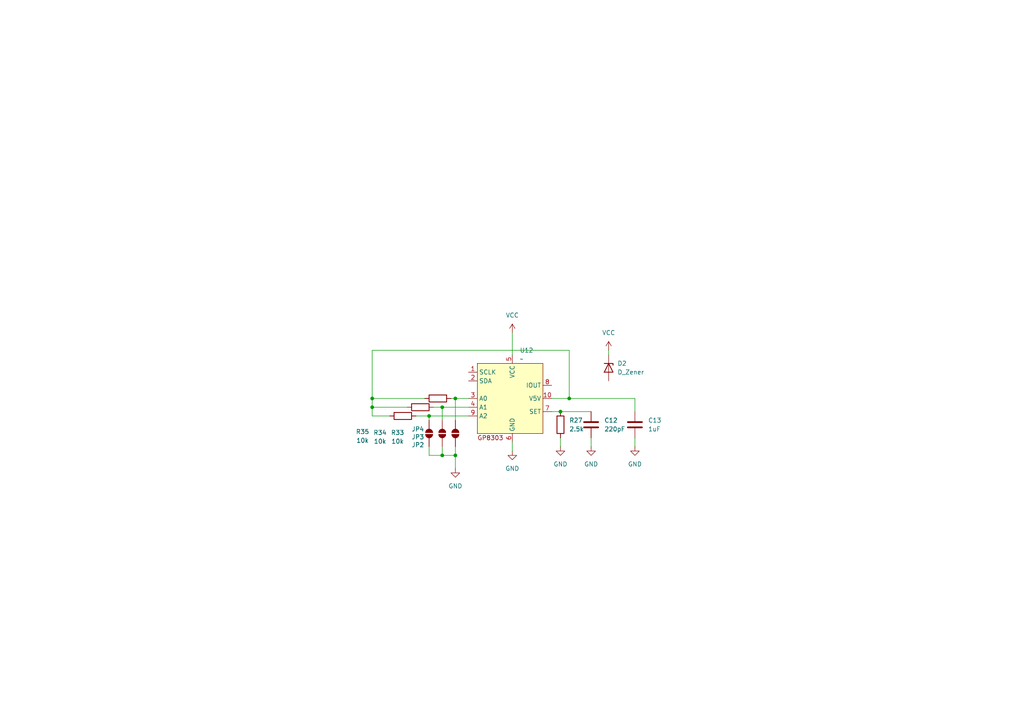
<source format=kicad_sch>
(kicad_sch
	(version 20250114)
	(generator "eeschema")
	(generator_version "9.0")
	(uuid "5d083cab-53c5-42a1-b6ad-7f433cb0744f")
	(paper "A4")
	(lib_symbols
		(symbol "Device:C"
			(pin_numbers
				(hide yes)
			)
			(pin_names
				(offset 0.254)
			)
			(exclude_from_sim no)
			(in_bom yes)
			(on_board yes)
			(property "Reference" "C"
				(at 0.635 2.54 0)
				(effects
					(font
						(size 1.27 1.27)
					)
					(justify left)
				)
			)
			(property "Value" "C"
				(at 0.635 -2.54 0)
				(effects
					(font
						(size 1.27 1.27)
					)
					(justify left)
				)
			)
			(property "Footprint" ""
				(at 0.9652 -3.81 0)
				(effects
					(font
						(size 1.27 1.27)
					)
					(hide yes)
				)
			)
			(property "Datasheet" "~"
				(at 0 0 0)
				(effects
					(font
						(size 1.27 1.27)
					)
					(hide yes)
				)
			)
			(property "Description" "Unpolarized capacitor"
				(at 0 0 0)
				(effects
					(font
						(size 1.27 1.27)
					)
					(hide yes)
				)
			)
			(property "ki_keywords" "cap capacitor"
				(at 0 0 0)
				(effects
					(font
						(size 1.27 1.27)
					)
					(hide yes)
				)
			)
			(property "ki_fp_filters" "C_*"
				(at 0 0 0)
				(effects
					(font
						(size 1.27 1.27)
					)
					(hide yes)
				)
			)
			(symbol "C_0_1"
				(polyline
					(pts
						(xy -2.032 0.762) (xy 2.032 0.762)
					)
					(stroke
						(width 0.508)
						(type default)
					)
					(fill
						(type none)
					)
				)
				(polyline
					(pts
						(xy -2.032 -0.762) (xy 2.032 -0.762)
					)
					(stroke
						(width 0.508)
						(type default)
					)
					(fill
						(type none)
					)
				)
			)
			(symbol "C_1_1"
				(pin passive line
					(at 0 3.81 270)
					(length 2.794)
					(name "~"
						(effects
							(font
								(size 1.27 1.27)
							)
						)
					)
					(number "1"
						(effects
							(font
								(size 1.27 1.27)
							)
						)
					)
				)
				(pin passive line
					(at 0 -3.81 90)
					(length 2.794)
					(name "~"
						(effects
							(font
								(size 1.27 1.27)
							)
						)
					)
					(number "2"
						(effects
							(font
								(size 1.27 1.27)
							)
						)
					)
				)
			)
			(embedded_fonts no)
		)
		(symbol "Device:D_Zener"
			(pin_numbers
				(hide yes)
			)
			(pin_names
				(offset 1.016)
				(hide yes)
			)
			(exclude_from_sim no)
			(in_bom yes)
			(on_board yes)
			(property "Reference" "D"
				(at 0 2.54 0)
				(effects
					(font
						(size 1.27 1.27)
					)
				)
			)
			(property "Value" "D_Zener"
				(at 0 -2.54 0)
				(effects
					(font
						(size 1.27 1.27)
					)
				)
			)
			(property "Footprint" ""
				(at 0 0 0)
				(effects
					(font
						(size 1.27 1.27)
					)
					(hide yes)
				)
			)
			(property "Datasheet" "~"
				(at 0 0 0)
				(effects
					(font
						(size 1.27 1.27)
					)
					(hide yes)
				)
			)
			(property "Description" "Zener diode"
				(at 0 0 0)
				(effects
					(font
						(size 1.27 1.27)
					)
					(hide yes)
				)
			)
			(property "ki_keywords" "diode"
				(at 0 0 0)
				(effects
					(font
						(size 1.27 1.27)
					)
					(hide yes)
				)
			)
			(property "ki_fp_filters" "TO-???* *_Diode_* *SingleDiode* D_*"
				(at 0 0 0)
				(effects
					(font
						(size 1.27 1.27)
					)
					(hide yes)
				)
			)
			(symbol "D_Zener_0_1"
				(polyline
					(pts
						(xy -1.27 -1.27) (xy -1.27 1.27) (xy -0.762 1.27)
					)
					(stroke
						(width 0.254)
						(type default)
					)
					(fill
						(type none)
					)
				)
				(polyline
					(pts
						(xy 1.27 0) (xy -1.27 0)
					)
					(stroke
						(width 0)
						(type default)
					)
					(fill
						(type none)
					)
				)
				(polyline
					(pts
						(xy 1.27 -1.27) (xy 1.27 1.27) (xy -1.27 0) (xy 1.27 -1.27)
					)
					(stroke
						(width 0.254)
						(type default)
					)
					(fill
						(type none)
					)
				)
			)
			(symbol "D_Zener_1_1"
				(pin passive line
					(at -3.81 0 0)
					(length 2.54)
					(name "K"
						(effects
							(font
								(size 1.27 1.27)
							)
						)
					)
					(number "1"
						(effects
							(font
								(size 1.27 1.27)
							)
						)
					)
				)
				(pin passive line
					(at 3.81 0 180)
					(length 2.54)
					(name "A"
						(effects
							(font
								(size 1.27 1.27)
							)
						)
					)
					(number "2"
						(effects
							(font
								(size 1.27 1.27)
							)
						)
					)
				)
			)
			(embedded_fonts no)
		)
		(symbol "Device:R"
			(pin_numbers
				(hide yes)
			)
			(pin_names
				(offset 0)
			)
			(exclude_from_sim no)
			(in_bom yes)
			(on_board yes)
			(property "Reference" "R"
				(at 2.032 0 90)
				(effects
					(font
						(size 1.27 1.27)
					)
				)
			)
			(property "Value" "R"
				(at 0 0 90)
				(effects
					(font
						(size 1.27 1.27)
					)
				)
			)
			(property "Footprint" ""
				(at -1.778 0 90)
				(effects
					(font
						(size 1.27 1.27)
					)
					(hide yes)
				)
			)
			(property "Datasheet" "~"
				(at 0 0 0)
				(effects
					(font
						(size 1.27 1.27)
					)
					(hide yes)
				)
			)
			(property "Description" "Resistor"
				(at 0 0 0)
				(effects
					(font
						(size 1.27 1.27)
					)
					(hide yes)
				)
			)
			(property "ki_keywords" "R res resistor"
				(at 0 0 0)
				(effects
					(font
						(size 1.27 1.27)
					)
					(hide yes)
				)
			)
			(property "ki_fp_filters" "R_*"
				(at 0 0 0)
				(effects
					(font
						(size 1.27 1.27)
					)
					(hide yes)
				)
			)
			(symbol "R_0_1"
				(rectangle
					(start -1.016 -2.54)
					(end 1.016 2.54)
					(stroke
						(width 0.254)
						(type default)
					)
					(fill
						(type none)
					)
				)
			)
			(symbol "R_1_1"
				(pin passive line
					(at 0 3.81 270)
					(length 1.27)
					(name "~"
						(effects
							(font
								(size 1.27 1.27)
							)
						)
					)
					(number "1"
						(effects
							(font
								(size 1.27 1.27)
							)
						)
					)
				)
				(pin passive line
					(at 0 -3.81 90)
					(length 1.27)
					(name "~"
						(effects
							(font
								(size 1.27 1.27)
							)
						)
					)
					(number "2"
						(effects
							(font
								(size 1.27 1.27)
							)
						)
					)
				)
			)
			(embedded_fonts no)
		)
		(symbol "Jumper:SolderJumper_2_Open"
			(pin_numbers
				(hide yes)
			)
			(pin_names
				(offset 0)
				(hide yes)
			)
			(exclude_from_sim no)
			(in_bom no)
			(on_board yes)
			(property "Reference" "JP"
				(at 0 2.032 0)
				(effects
					(font
						(size 1.27 1.27)
					)
				)
			)
			(property "Value" "SolderJumper_2_Open"
				(at 0 -2.54 0)
				(effects
					(font
						(size 1.27 1.27)
					)
				)
			)
			(property "Footprint" ""
				(at 0 0 0)
				(effects
					(font
						(size 1.27 1.27)
					)
					(hide yes)
				)
			)
			(property "Datasheet" "~"
				(at 0 0 0)
				(effects
					(font
						(size 1.27 1.27)
					)
					(hide yes)
				)
			)
			(property "Description" "Solder Jumper, 2-pole, open"
				(at 0 0 0)
				(effects
					(font
						(size 1.27 1.27)
					)
					(hide yes)
				)
			)
			(property "ki_keywords" "solder jumper SPST"
				(at 0 0 0)
				(effects
					(font
						(size 1.27 1.27)
					)
					(hide yes)
				)
			)
			(property "ki_fp_filters" "SolderJumper*Open*"
				(at 0 0 0)
				(effects
					(font
						(size 1.27 1.27)
					)
					(hide yes)
				)
			)
			(symbol "SolderJumper_2_Open_0_1"
				(polyline
					(pts
						(xy -0.254 1.016) (xy -0.254 -1.016)
					)
					(stroke
						(width 0)
						(type default)
					)
					(fill
						(type none)
					)
				)
				(arc
					(start -0.254 -1.016)
					(mid -1.2656 0)
					(end -0.254 1.016)
					(stroke
						(width 0)
						(type default)
					)
					(fill
						(type none)
					)
				)
				(arc
					(start -0.254 -1.016)
					(mid -1.2656 0)
					(end -0.254 1.016)
					(stroke
						(width 0)
						(type default)
					)
					(fill
						(type outline)
					)
				)
				(arc
					(start 0.254 1.016)
					(mid 1.2656 0)
					(end 0.254 -1.016)
					(stroke
						(width 0)
						(type default)
					)
					(fill
						(type none)
					)
				)
				(arc
					(start 0.254 1.016)
					(mid 1.2656 0)
					(end 0.254 -1.016)
					(stroke
						(width 0)
						(type default)
					)
					(fill
						(type outline)
					)
				)
				(polyline
					(pts
						(xy 0.254 1.016) (xy 0.254 -1.016)
					)
					(stroke
						(width 0)
						(type default)
					)
					(fill
						(type none)
					)
				)
			)
			(symbol "SolderJumper_2_Open_1_1"
				(pin passive line
					(at -3.81 0 0)
					(length 2.54)
					(name "A"
						(effects
							(font
								(size 1.27 1.27)
							)
						)
					)
					(number "1"
						(effects
							(font
								(size 1.27 1.27)
							)
						)
					)
				)
				(pin passive line
					(at 3.81 0 180)
					(length 2.54)
					(name "B"
						(effects
							(font
								(size 1.27 1.27)
							)
						)
					)
					(number "2"
						(effects
							(font
								(size 1.27 1.27)
							)
						)
					)
				)
			)
			(embedded_fonts no)
		)
		(symbol "Riqi_Parts:GP8303"
			(exclude_from_sim no)
			(in_bom yes)
			(on_board yes)
			(property "Reference" "U"
				(at 0 0 0)
				(effects
					(font
						(size 1.27 1.27)
					)
				)
			)
			(property "Value" ""
				(at 0 0 0)
				(effects
					(font
						(size 1.27 1.27)
					)
				)
			)
			(property "Footprint" "Package_SO:SSOP-10-1EP_3.9x4.9mm_P1mm_EP2.1x3.3mm"
				(at 0 0 0)
				(effects
					(font
						(size 1.27 1.27)
					)
					(hide yes)
				)
			)
			(property "Datasheet" "https://lcsc.com/datasheet/lcsc_datasheet_2410121459_Guestgood-GP8303-TC50-EW_C3445809.pdf"
				(at 0 0 0)
				(effects
					(font
						(size 1.27 1.27)
					)
					(hide yes)
				)
			)
			(property "Description" ""
				(at 0 0 0)
				(effects
					(font
						(size 1.27 1.27)
					)
					(hide yes)
				)
			)
			(symbol "GP8303_1_1"
				(rectangle
					(start -1.27 -1.27)
					(end 17.78 -21.59)
					(stroke
						(width 0)
						(type solid)
					)
					(fill
						(type background)
					)
				)
				(text "GP8303"
					(at 2.54 -22.86 0)
					(effects
						(font
							(size 1.27 1.27)
						)
					)
				)
				(pin input line
					(at -3.81 -3.81 0)
					(length 2.54)
					(name "SCLK"
						(effects
							(font
								(size 1.27 1.27)
							)
						)
					)
					(number "1"
						(effects
							(font
								(size 1.27 1.27)
							)
						)
					)
				)
				(pin input line
					(at -3.81 -6.35 0)
					(length 2.54)
					(name "SDA"
						(effects
							(font
								(size 1.27 1.27)
							)
						)
					)
					(number "2"
						(effects
							(font
								(size 1.27 1.27)
							)
						)
					)
				)
				(pin input line
					(at -3.81 -11.43 0)
					(length 2.54)
					(name "A0"
						(effects
							(font
								(size 1.27 1.27)
							)
						)
					)
					(number "3"
						(effects
							(font
								(size 1.27 1.27)
							)
						)
					)
				)
				(pin input line
					(at -3.81 -13.97 0)
					(length 2.54)
					(name "A1"
						(effects
							(font
								(size 1.27 1.27)
							)
						)
					)
					(number "4"
						(effects
							(font
								(size 1.27 1.27)
							)
						)
					)
				)
				(pin input line
					(at -3.81 -16.51 0)
					(length 2.54)
					(name "A2"
						(effects
							(font
								(size 1.27 1.27)
							)
						)
					)
					(number "9"
						(effects
							(font
								(size 1.27 1.27)
							)
						)
					)
				)
				(pin input line
					(at 8.89 1.27 270)
					(length 2.54)
					(name "VCC"
						(effects
							(font
								(size 1.27 1.27)
							)
						)
					)
					(number "5"
						(effects
							(font
								(size 1.27 1.27)
							)
						)
					)
				)
				(pin input line
					(at 8.89 -24.13 90)
					(length 2.54)
					(name "GND"
						(effects
							(font
								(size 1.27 1.27)
							)
						)
					)
					(number "6"
						(effects
							(font
								(size 1.27 1.27)
							)
						)
					)
				)
				(pin output line
					(at 20.32 -7.62 180)
					(length 2.54)
					(name "IOUT"
						(effects
							(font
								(size 1.27 1.27)
							)
						)
					)
					(number "8"
						(effects
							(font
								(size 1.27 1.27)
							)
						)
					)
				)
				(pin output line
					(at 20.32 -11.43 180)
					(length 2.54)
					(name "V5V"
						(effects
							(font
								(size 1.27 1.27)
							)
						)
					)
					(number "10"
						(effects
							(font
								(size 1.27 1.27)
							)
						)
					)
				)
				(pin output line
					(at 20.32 -15.24 180)
					(length 2.54)
					(name "SET"
						(effects
							(font
								(size 1.27 1.27)
							)
						)
					)
					(number "7"
						(effects
							(font
								(size 1.27 1.27)
							)
						)
					)
				)
			)
			(embedded_fonts no)
		)
		(symbol "power:GND"
			(power)
			(pin_numbers
				(hide yes)
			)
			(pin_names
				(offset 0)
				(hide yes)
			)
			(exclude_from_sim no)
			(in_bom yes)
			(on_board yes)
			(property "Reference" "#PWR"
				(at 0 -6.35 0)
				(effects
					(font
						(size 1.27 1.27)
					)
					(hide yes)
				)
			)
			(property "Value" "GND"
				(at 0 -3.81 0)
				(effects
					(font
						(size 1.27 1.27)
					)
				)
			)
			(property "Footprint" ""
				(at 0 0 0)
				(effects
					(font
						(size 1.27 1.27)
					)
					(hide yes)
				)
			)
			(property "Datasheet" ""
				(at 0 0 0)
				(effects
					(font
						(size 1.27 1.27)
					)
					(hide yes)
				)
			)
			(property "Description" "Power symbol creates a global label with name \"GND\" , ground"
				(at 0 0 0)
				(effects
					(font
						(size 1.27 1.27)
					)
					(hide yes)
				)
			)
			(property "ki_keywords" "global power"
				(at 0 0 0)
				(effects
					(font
						(size 1.27 1.27)
					)
					(hide yes)
				)
			)
			(symbol "GND_0_1"
				(polyline
					(pts
						(xy 0 0) (xy 0 -1.27) (xy 1.27 -1.27) (xy 0 -2.54) (xy -1.27 -1.27) (xy 0 -1.27)
					)
					(stroke
						(width 0)
						(type default)
					)
					(fill
						(type none)
					)
				)
			)
			(symbol "GND_1_1"
				(pin power_in line
					(at 0 0 270)
					(length 0)
					(name "~"
						(effects
							(font
								(size 1.27 1.27)
							)
						)
					)
					(number "1"
						(effects
							(font
								(size 1.27 1.27)
							)
						)
					)
				)
			)
			(embedded_fonts no)
		)
		(symbol "power:VCC"
			(power)
			(pin_numbers
				(hide yes)
			)
			(pin_names
				(offset 0)
				(hide yes)
			)
			(exclude_from_sim no)
			(in_bom yes)
			(on_board yes)
			(property "Reference" "#PWR"
				(at 0 -3.81 0)
				(effects
					(font
						(size 1.27 1.27)
					)
					(hide yes)
				)
			)
			(property "Value" "VCC"
				(at 0 3.556 0)
				(effects
					(font
						(size 1.27 1.27)
					)
				)
			)
			(property "Footprint" ""
				(at 0 0 0)
				(effects
					(font
						(size 1.27 1.27)
					)
					(hide yes)
				)
			)
			(property "Datasheet" ""
				(at 0 0 0)
				(effects
					(font
						(size 1.27 1.27)
					)
					(hide yes)
				)
			)
			(property "Description" "Power symbol creates a global label with name \"VCC\""
				(at 0 0 0)
				(effects
					(font
						(size 1.27 1.27)
					)
					(hide yes)
				)
			)
			(property "ki_keywords" "global power"
				(at 0 0 0)
				(effects
					(font
						(size 1.27 1.27)
					)
					(hide yes)
				)
			)
			(symbol "VCC_0_1"
				(polyline
					(pts
						(xy -0.762 1.27) (xy 0 2.54)
					)
					(stroke
						(width 0)
						(type default)
					)
					(fill
						(type none)
					)
				)
				(polyline
					(pts
						(xy 0 2.54) (xy 0.762 1.27)
					)
					(stroke
						(width 0)
						(type default)
					)
					(fill
						(type none)
					)
				)
				(polyline
					(pts
						(xy 0 0) (xy 0 2.54)
					)
					(stroke
						(width 0)
						(type default)
					)
					(fill
						(type none)
					)
				)
			)
			(symbol "VCC_1_1"
				(pin power_in line
					(at 0 0 90)
					(length 0)
					(name "~"
						(effects
							(font
								(size 1.27 1.27)
							)
						)
					)
					(number "1"
						(effects
							(font
								(size 1.27 1.27)
							)
						)
					)
				)
			)
			(embedded_fonts no)
		)
	)
	(junction
		(at 128.27 132.08)
		(diameter 0)
		(color 0 0 0 0)
		(uuid "0f6f4b92-a569-4bde-91ef-33020ce2ddea")
	)
	(junction
		(at 162.56 119.38)
		(diameter 0)
		(color 0 0 0 0)
		(uuid "378da516-3443-4e05-8003-a6498b5469b8")
	)
	(junction
		(at 128.27 118.11)
		(diameter 0)
		(color 0 0 0 0)
		(uuid "3d150c3c-a4d1-442e-b97f-3ac1d5379dd0")
	)
	(junction
		(at 107.95 115.57)
		(diameter 0)
		(color 0 0 0 0)
		(uuid "51941199-22c0-47ef-a40d-6694e4394c3d")
	)
	(junction
		(at 107.95 118.11)
		(diameter 0)
		(color 0 0 0 0)
		(uuid "5d8411e8-7fee-47eb-aa10-8a46022e5a00")
	)
	(junction
		(at 132.08 132.08)
		(diameter 0)
		(color 0 0 0 0)
		(uuid "77388b3b-e343-4117-8bc9-40201776f17d")
	)
	(junction
		(at 132.08 115.57)
		(diameter 0)
		(color 0 0 0 0)
		(uuid "849f3b2b-cf4f-4ec4-9b39-3e37ae4d7d3a")
	)
	(junction
		(at 124.46 120.65)
		(diameter 0)
		(color 0 0 0 0)
		(uuid "b5e4c9ac-3169-4387-8572-e30b87e0a5d0")
	)
	(junction
		(at 165.1 115.57)
		(diameter 0)
		(color 0 0 0 0)
		(uuid "b6f15f1f-1128-41f1-8ad3-3877d1394f12")
	)
	(wire
		(pts
			(xy 124.46 120.65) (xy 124.46 121.92)
		)
		(stroke
			(width 0)
			(type default)
		)
		(uuid "0d22b2a1-7875-4245-b075-2eb1ca7bf446")
	)
	(wire
		(pts
			(xy 128.27 129.54) (xy 128.27 132.08)
		)
		(stroke
			(width 0)
			(type default)
		)
		(uuid "1150e40d-8a59-4ca4-aea4-390fa34a1266")
	)
	(wire
		(pts
			(xy 130.81 115.57) (xy 132.08 115.57)
		)
		(stroke
			(width 0)
			(type default)
		)
		(uuid "14db4eed-5c81-4563-9949-ce5aec50ec7d")
	)
	(wire
		(pts
			(xy 184.15 115.57) (xy 165.1 115.57)
		)
		(stroke
			(width 0)
			(type default)
		)
		(uuid "1e2d858b-86ed-46bc-ac47-ef4cf84e6e8a")
	)
	(wire
		(pts
			(xy 107.95 118.11) (xy 107.95 120.65)
		)
		(stroke
			(width 0)
			(type default)
		)
		(uuid "1ec50b46-5dd9-41dc-a31a-56cdc732b40e")
	)
	(wire
		(pts
			(xy 128.27 118.11) (xy 128.27 121.92)
		)
		(stroke
			(width 0)
			(type default)
		)
		(uuid "224d2d9b-0a4e-4610-819a-b35b9d0e77eb")
	)
	(wire
		(pts
			(xy 162.56 127) (xy 162.56 129.54)
		)
		(stroke
			(width 0)
			(type default)
		)
		(uuid "25a98e99-bfc9-4ed3-af29-26bde5c72150")
	)
	(wire
		(pts
			(xy 107.95 115.57) (xy 107.95 118.11)
		)
		(stroke
			(width 0)
			(type default)
		)
		(uuid "26adda09-a93a-42de-93e8-3d2759fc61aa")
	)
	(wire
		(pts
			(xy 165.1 115.57) (xy 165.1 101.6)
		)
		(stroke
			(width 0)
			(type default)
		)
		(uuid "27b9fb0a-e6ad-4ad7-9a99-b112dcf36a60")
	)
	(wire
		(pts
			(xy 148.59 128.27) (xy 148.59 130.81)
		)
		(stroke
			(width 0)
			(type default)
		)
		(uuid "2ab8328b-0019-4ee2-9d51-9163970b613b")
	)
	(wire
		(pts
			(xy 124.46 120.65) (xy 135.89 120.65)
		)
		(stroke
			(width 0)
			(type default)
		)
		(uuid "419628d4-2019-47f0-a339-559800b659b6")
	)
	(wire
		(pts
			(xy 148.59 96.52) (xy 148.59 102.87)
		)
		(stroke
			(width 0)
			(type default)
		)
		(uuid "44f6c104-7c02-4bd4-af43-30d9997eb3d5")
	)
	(wire
		(pts
			(xy 124.46 129.54) (xy 124.46 132.08)
		)
		(stroke
			(width 0)
			(type default)
		)
		(uuid "494980b5-a6ce-41cd-ae13-d51d5b73cc8f")
	)
	(wire
		(pts
			(xy 171.45 127) (xy 171.45 129.54)
		)
		(stroke
			(width 0)
			(type default)
		)
		(uuid "4cbc9012-c48a-4dd3-b00f-90c082cdb09a")
	)
	(wire
		(pts
			(xy 160.02 119.38) (xy 162.56 119.38)
		)
		(stroke
			(width 0)
			(type default)
		)
		(uuid "574f88f0-46e2-4719-9140-3aae634f643f")
	)
	(wire
		(pts
			(xy 124.46 132.08) (xy 128.27 132.08)
		)
		(stroke
			(width 0)
			(type default)
		)
		(uuid "58b49602-132d-4f89-b661-f2c6eb5e033f")
	)
	(wire
		(pts
			(xy 128.27 118.11) (xy 135.89 118.11)
		)
		(stroke
			(width 0)
			(type default)
		)
		(uuid "59c89167-2f72-46d0-96a3-10a349b026cc")
	)
	(wire
		(pts
			(xy 107.95 115.57) (xy 123.19 115.57)
		)
		(stroke
			(width 0)
			(type default)
		)
		(uuid "5ee8308d-c136-4bc1-84ec-bf4bfb9cea9f")
	)
	(wire
		(pts
			(xy 107.95 120.65) (xy 113.03 120.65)
		)
		(stroke
			(width 0)
			(type default)
		)
		(uuid "62959abb-1886-487a-8eca-accb2d5af2d9")
	)
	(wire
		(pts
			(xy 125.73 118.11) (xy 128.27 118.11)
		)
		(stroke
			(width 0)
			(type default)
		)
		(uuid "67a12fb2-5259-49f1-a7ba-d5b3f93a4c4c")
	)
	(wire
		(pts
			(xy 132.08 129.54) (xy 132.08 132.08)
		)
		(stroke
			(width 0)
			(type default)
		)
		(uuid "8aeafdf5-80cf-4e06-97f5-bfdc8890d18b")
	)
	(wire
		(pts
			(xy 128.27 132.08) (xy 132.08 132.08)
		)
		(stroke
			(width 0)
			(type default)
		)
		(uuid "a808f1a5-1799-45fc-b971-6980b347a6d1")
	)
	(wire
		(pts
			(xy 132.08 115.57) (xy 132.08 121.92)
		)
		(stroke
			(width 0)
			(type default)
		)
		(uuid "abe7e931-26f7-4272-9436-bf7cc46bb5fa")
	)
	(wire
		(pts
			(xy 107.95 101.6) (xy 107.95 115.57)
		)
		(stroke
			(width 0)
			(type default)
		)
		(uuid "c4a4d78f-b290-4ec2-b2c3-c5cf17691812")
	)
	(wire
		(pts
			(xy 107.95 101.6) (xy 165.1 101.6)
		)
		(stroke
			(width 0)
			(type default)
		)
		(uuid "c6a0971f-7db7-42fa-b417-1f0c3d950375")
	)
	(wire
		(pts
			(xy 176.53 101.6) (xy 176.53 102.87)
		)
		(stroke
			(width 0)
			(type default)
		)
		(uuid "da33f1fa-dd28-4382-a314-20b28466c5d9")
	)
	(wire
		(pts
			(xy 120.65 120.65) (xy 124.46 120.65)
		)
		(stroke
			(width 0)
			(type default)
		)
		(uuid "e0382fcf-6f88-4725-b7b0-8ddb9845178c")
	)
	(wire
		(pts
			(xy 107.95 118.11) (xy 118.11 118.11)
		)
		(stroke
			(width 0)
			(type default)
		)
		(uuid "e91f7f87-b0db-4db5-b4b4-a54cd8ec334f")
	)
	(wire
		(pts
			(xy 162.56 119.38) (xy 171.45 119.38)
		)
		(stroke
			(width 0)
			(type default)
		)
		(uuid "ecb14b29-064f-4fb7-ba23-0c3b529c4849")
	)
	(wire
		(pts
			(xy 132.08 115.57) (xy 135.89 115.57)
		)
		(stroke
			(width 0)
			(type default)
		)
		(uuid "ef89315d-f7dc-4e80-abc9-4b88b0be019e")
	)
	(wire
		(pts
			(xy 132.08 132.08) (xy 132.08 135.89)
		)
		(stroke
			(width 0)
			(type default)
		)
		(uuid "f16fc25d-d0b5-492e-9084-250d34daa34b")
	)
	(wire
		(pts
			(xy 184.15 127) (xy 184.15 129.54)
		)
		(stroke
			(width 0)
			(type default)
		)
		(uuid "f5745c33-5f12-4ace-8a86-1972daedcb28")
	)
	(wire
		(pts
			(xy 160.02 115.57) (xy 165.1 115.57)
		)
		(stroke
			(width 0)
			(type default)
		)
		(uuid "faf56bfc-df52-4c17-8dcd-7c1f27c3f7df")
	)
	(wire
		(pts
			(xy 184.15 119.38) (xy 184.15 115.57)
		)
		(stroke
			(width 0)
			(type default)
		)
		(uuid "ff5c4fd5-1926-459b-99cb-c84d17ccaa36")
	)
	(symbol
		(lib_id "Device:D_Zener")
		(at 176.53 106.68 270)
		(unit 1)
		(exclude_from_sim no)
		(in_bom yes)
		(on_board yes)
		(dnp no)
		(fields_autoplaced yes)
		(uuid "15d835ee-fb9e-459c-9fb0-26fca1e12a0b")
		(property "Reference" "D2"
			(at 179.07 105.4099 90)
			(effects
				(font
					(size 1.27 1.27)
				)
				(justify left)
			)
		)
		(property "Value" "D_Zener"
			(at 179.07 107.9499 90)
			(effects
				(font
					(size 1.27 1.27)
				)
				(justify left)
			)
		)
		(property "Footprint" "Diode_SMD:D_SMF"
			(at 176.53 106.68 0)
			(effects
				(font
					(size 1.27 1.27)
				)
				(hide yes)
			)
		)
		(property "Datasheet" "~"
			(at 176.53 106.68 0)
			(effects
				(font
					(size 1.27 1.27)
				)
				(hide yes)
			)
		)
		(property "Description" "Zener diode"
			(at 176.53 106.68 0)
			(effects
				(font
					(size 1.27 1.27)
				)
				(hide yes)
			)
		)
		(pin "1"
			(uuid "26665ea9-7bbd-45a7-8898-222c9591d495")
		)
		(pin "2"
			(uuid "7eb1aaa2-bd10-4dac-8b15-342fcf45da59")
		)
		(instances
			(project "NIVARA"
				(path "/e09284a3-0da6-4b1c-80d3-a52d405369d9/b46cdcb1-15cb-4562-89d5-6c513685d0bc/9183a742-02ce-4d54-9079-fde5b643941a"
					(reference "D2")
					(unit 1)
				)
			)
		)
	)
	(symbol
		(lib_id "power:VCC")
		(at 148.59 96.52 0)
		(unit 1)
		(exclude_from_sim no)
		(in_bom yes)
		(on_board yes)
		(dnp no)
		(fields_autoplaced yes)
		(uuid "3452d8d3-ff66-423f-8f4b-c153f9a1c544")
		(property "Reference" "#PWR049"
			(at 148.59 100.33 0)
			(effects
				(font
					(size 1.27 1.27)
				)
				(hide yes)
			)
		)
		(property "Value" "VCC"
			(at 148.59 91.44 0)
			(effects
				(font
					(size 1.27 1.27)
				)
			)
		)
		(property "Footprint" ""
			(at 148.59 96.52 0)
			(effects
				(font
					(size 1.27 1.27)
				)
				(hide yes)
			)
		)
		(property "Datasheet" ""
			(at 148.59 96.52 0)
			(effects
				(font
					(size 1.27 1.27)
				)
				(hide yes)
			)
		)
		(property "Description" "Power symbol creates a global label with name \"VCC\""
			(at 148.59 96.52 0)
			(effects
				(font
					(size 1.27 1.27)
				)
				(hide yes)
			)
		)
		(pin "1"
			(uuid "0fd3fcee-ccdf-4d76-a4de-ebaba79f57ee")
		)
		(instances
			(project "NIVARA"
				(path "/e09284a3-0da6-4b1c-80d3-a52d405369d9/b46cdcb1-15cb-4562-89d5-6c513685d0bc/9183a742-02ce-4d54-9079-fde5b643941a"
					(reference "#PWR049")
					(unit 1)
				)
			)
		)
	)
	(symbol
		(lib_id "power:GND")
		(at 132.08 135.89 0)
		(unit 1)
		(exclude_from_sim no)
		(in_bom yes)
		(on_board yes)
		(dnp no)
		(fields_autoplaced yes)
		(uuid "37cbe913-8f69-41dc-9a8f-3ec97a876ceb")
		(property "Reference" "#PWR061"
			(at 132.08 142.24 0)
			(effects
				(font
					(size 1.27 1.27)
				)
				(hide yes)
			)
		)
		(property "Value" "GND"
			(at 132.08 140.97 0)
			(effects
				(font
					(size 1.27 1.27)
				)
			)
		)
		(property "Footprint" ""
			(at 132.08 135.89 0)
			(effects
				(font
					(size 1.27 1.27)
				)
				(hide yes)
			)
		)
		(property "Datasheet" ""
			(at 132.08 135.89 0)
			(effects
				(font
					(size 1.27 1.27)
				)
				(hide yes)
			)
		)
		(property "Description" "Power symbol creates a global label with name \"GND\" , ground"
			(at 132.08 135.89 0)
			(effects
				(font
					(size 1.27 1.27)
				)
				(hide yes)
			)
		)
		(pin "1"
			(uuid "77c8a16b-a1c8-46ec-ad18-a6b4dff4837c")
		)
		(instances
			(project "NIVARA"
				(path "/e09284a3-0da6-4b1c-80d3-a52d405369d9/b46cdcb1-15cb-4562-89d5-6c513685d0bc/9183a742-02ce-4d54-9079-fde5b643941a"
					(reference "#PWR061")
					(unit 1)
				)
			)
		)
	)
	(symbol
		(lib_id "Device:R")
		(at 162.56 123.19 0)
		(unit 1)
		(exclude_from_sim no)
		(in_bom yes)
		(on_board yes)
		(dnp no)
		(fields_autoplaced yes)
		(uuid "42cb43e2-e82a-4fc3-988c-96d0811a1753")
		(property "Reference" "R27"
			(at 165.1 121.9199 0)
			(effects
				(font
					(size 1.27 1.27)
				)
				(justify left)
			)
		)
		(property "Value" "2.5k"
			(at 165.1 124.4599 0)
			(effects
				(font
					(size 1.27 1.27)
				)
				(justify left)
			)
		)
		(property "Footprint" "Resistor_SMD:R_0603_1608Metric"
			(at 160.782 123.19 90)
			(effects
				(font
					(size 1.27 1.27)
				)
				(hide yes)
			)
		)
		(property "Datasheet" "~"
			(at 162.56 123.19 0)
			(effects
				(font
					(size 1.27 1.27)
				)
				(hide yes)
			)
		)
		(property "Description" "Resistor"
			(at 162.56 123.19 0)
			(effects
				(font
					(size 1.27 1.27)
				)
				(hide yes)
			)
		)
		(pin "2"
			(uuid "5362e0a6-d083-4209-a1cd-562210ee288c")
		)
		(pin "1"
			(uuid "ccc7506c-4209-4222-804c-d5c65576e87b")
		)
		(instances
			(project "NIVARA"
				(path "/e09284a3-0da6-4b1c-80d3-a52d405369d9/b46cdcb1-15cb-4562-89d5-6c513685d0bc/9183a742-02ce-4d54-9079-fde5b643941a"
					(reference "R27")
					(unit 1)
				)
			)
		)
	)
	(symbol
		(lib_id "power:GND")
		(at 162.56 129.54 0)
		(unit 1)
		(exclude_from_sim no)
		(in_bom yes)
		(on_board yes)
		(dnp no)
		(fields_autoplaced yes)
		(uuid "6e7bf2ea-859f-4d5d-af83-385a2cbec825")
		(property "Reference" "#PWR055"
			(at 162.56 135.89 0)
			(effects
				(font
					(size 1.27 1.27)
				)
				(hide yes)
			)
		)
		(property "Value" "GND"
			(at 162.56 134.62 0)
			(effects
				(font
					(size 1.27 1.27)
				)
			)
		)
		(property "Footprint" ""
			(at 162.56 129.54 0)
			(effects
				(font
					(size 1.27 1.27)
				)
				(hide yes)
			)
		)
		(property "Datasheet" ""
			(at 162.56 129.54 0)
			(effects
				(font
					(size 1.27 1.27)
				)
				(hide yes)
			)
		)
		(property "Description" "Power symbol creates a global label with name \"GND\" , ground"
			(at 162.56 129.54 0)
			(effects
				(font
					(size 1.27 1.27)
				)
				(hide yes)
			)
		)
		(pin "1"
			(uuid "711e2b62-a28e-4619-ba60-c6bce58814f8")
		)
		(instances
			(project "NIVARA"
				(path "/e09284a3-0da6-4b1c-80d3-a52d405369d9/b46cdcb1-15cb-4562-89d5-6c513685d0bc/9183a742-02ce-4d54-9079-fde5b643941a"
					(reference "#PWR055")
					(unit 1)
				)
			)
		)
	)
	(symbol
		(lib_id "Device:R")
		(at 127 115.57 90)
		(unit 1)
		(exclude_from_sim no)
		(in_bom yes)
		(on_board yes)
		(dnp no)
		(uuid "6fd72bf2-8635-4c36-8018-2b055cfd982c")
		(property "Reference" "R33"
			(at 115.316 125.476 90)
			(effects
				(font
					(size 1.27 1.27)
				)
			)
		)
		(property "Value" "10k"
			(at 115.316 128.016 90)
			(effects
				(font
					(size 1.27 1.27)
				)
			)
		)
		(property "Footprint" "Resistor_SMD:R_0603_1608Metric"
			(at 127 117.348 90)
			(effects
				(font
					(size 1.27 1.27)
				)
				(hide yes)
			)
		)
		(property "Datasheet" "~"
			(at 127 115.57 0)
			(effects
				(font
					(size 1.27 1.27)
				)
				(hide yes)
			)
		)
		(property "Description" "Resistor"
			(at 127 115.57 0)
			(effects
				(font
					(size 1.27 1.27)
				)
				(hide yes)
			)
		)
		(pin "2"
			(uuid "a60f3140-4610-4796-b193-543bb70428fe")
		)
		(pin "1"
			(uuid "43e7de1b-ce45-4320-81d9-ddd156fe5b6f")
		)
		(instances
			(project "NIVARA"
				(path "/e09284a3-0da6-4b1c-80d3-a52d405369d9/b46cdcb1-15cb-4562-89d5-6c513685d0bc/9183a742-02ce-4d54-9079-fde5b643941a"
					(reference "R33")
					(unit 1)
				)
			)
		)
	)
	(symbol
		(lib_id "Device:C")
		(at 184.15 123.19 0)
		(unit 1)
		(exclude_from_sim no)
		(in_bom yes)
		(on_board yes)
		(dnp no)
		(fields_autoplaced yes)
		(uuid "76c0ce2a-efb2-43cf-acfe-569396b81e2e")
		(property "Reference" "C13"
			(at 187.96 121.9199 0)
			(effects
				(font
					(size 1.27 1.27)
				)
				(justify left)
			)
		)
		(property "Value" "1uF"
			(at 187.96 124.4599 0)
			(effects
				(font
					(size 1.27 1.27)
				)
				(justify left)
			)
		)
		(property "Footprint" "Capacitor_SMD:C_0603_1608Metric"
			(at 185.1152 127 0)
			(effects
				(font
					(size 1.27 1.27)
				)
				(hide yes)
			)
		)
		(property "Datasheet" "~"
			(at 184.15 123.19 0)
			(effects
				(font
					(size 1.27 1.27)
				)
				(hide yes)
			)
		)
		(property "Description" "Unpolarized capacitor"
			(at 184.15 123.19 0)
			(effects
				(font
					(size 1.27 1.27)
				)
				(hide yes)
			)
		)
		(pin "1"
			(uuid "1d1455f0-62dd-4cb9-a737-fa697c12834a")
		)
		(pin "2"
			(uuid "81d712b2-f3b0-4f05-a591-0ee0df262a0e")
		)
		(instances
			(project "NIVARA"
				(path "/e09284a3-0da6-4b1c-80d3-a52d405369d9/b46cdcb1-15cb-4562-89d5-6c513685d0bc/9183a742-02ce-4d54-9079-fde5b643941a"
					(reference "C13")
					(unit 1)
				)
			)
		)
	)
	(symbol
		(lib_id "Jumper:SolderJumper_2_Open")
		(at 124.46 125.73 90)
		(unit 1)
		(exclude_from_sim no)
		(in_bom no)
		(on_board yes)
		(dnp no)
		(uuid "8a4b8e75-d0f4-4be0-8570-8bf5389d3dab")
		(property "Reference" "JP4"
			(at 119.38 124.46 90)
			(effects
				(font
					(size 1.27 1.27)
				)
				(justify right)
			)
		)
		(property "Value" "SolderJumper_2_Open"
			(at 127 126.9999 90)
			(effects
				(font
					(size 1.27 1.27)
				)
				(justify right)
				(hide yes)
			)
		)
		(property "Footprint" "Jumper:SolderJumper-2_P1.3mm_Open_RoundedPad1.0x1.5mm"
			(at 124.46 125.73 0)
			(effects
				(font
					(size 1.27 1.27)
				)
				(hide yes)
			)
		)
		(property "Datasheet" "~"
			(at 124.46 125.73 0)
			(effects
				(font
					(size 1.27 1.27)
				)
				(hide yes)
			)
		)
		(property "Description" "Solder Jumper, 2-pole, open"
			(at 124.46 125.73 0)
			(effects
				(font
					(size 1.27 1.27)
				)
				(hide yes)
			)
		)
		(pin "1"
			(uuid "b9837641-9906-4a47-a20c-02bef32f6f4f")
		)
		(pin "2"
			(uuid "2c2e7515-0aa3-407b-849a-23ab93cca7b7")
		)
		(instances
			(project "NIVARA"
				(path "/e09284a3-0da6-4b1c-80d3-a52d405369d9/b46cdcb1-15cb-4562-89d5-6c513685d0bc/9183a742-02ce-4d54-9079-fde5b643941a"
					(reference "JP4")
					(unit 1)
				)
			)
		)
	)
	(symbol
		(lib_id "Riqi_Parts:GP8303")
		(at 139.7 104.14 0)
		(unit 1)
		(exclude_from_sim no)
		(in_bom yes)
		(on_board yes)
		(dnp no)
		(fields_autoplaced yes)
		(uuid "8c23d7ed-4ae2-4bb6-bf6a-85aee5ea4847")
		(property "Reference" "U12"
			(at 150.7333 101.6 0)
			(effects
				(font
					(size 1.27 1.27)
				)
				(justify left)
			)
		)
		(property "Value" "~"
			(at 150.7333 104.14 0)
			(effects
				(font
					(size 1.27 1.27)
				)
				(justify left)
			)
		)
		(property "Footprint" "Package_SO:SSOP-10-1EP_3.9x4.9mm_P1mm_EP2.1x3.3mm"
			(at 139.7 104.14 0)
			(effects
				(font
					(size 1.27 1.27)
				)
				(hide yes)
			)
		)
		(property "Datasheet" "https://lcsc.com/datasheet/lcsc_datasheet_2410121459_Guestgood-GP8303-TC50-EW_C3445809.pdf"
			(at 139.7 104.14 0)
			(effects
				(font
					(size 1.27 1.27)
				)
				(hide yes)
			)
		)
		(property "Description" ""
			(at 139.7 104.14 0)
			(effects
				(font
					(size 1.27 1.27)
				)
				(hide yes)
			)
		)
		(pin "4"
			(uuid "53571cc1-0197-4970-9807-65dc1729fcc0")
		)
		(pin "3"
			(uuid "4ffbfda7-1367-4028-9a15-17898b3b4ae6")
		)
		(pin "7"
			(uuid "5f3b232d-46f4-4ee4-81ba-cf88c94cae08")
		)
		(pin "1"
			(uuid "6cbc8b46-85a6-4e38-947f-0bf799a2998d")
		)
		(pin "5"
			(uuid "275499d8-a683-4daa-9fa4-6fe30efa6a12")
		)
		(pin "6"
			(uuid "987a8f40-3b5b-4913-a10f-85977002bf9a")
		)
		(pin "9"
			(uuid "2e5ffbf9-3c2f-434a-8eb3-e90fe2be60f9")
		)
		(pin "8"
			(uuid "cbac241c-6d29-4403-89e5-1c524391fc6d")
		)
		(pin "2"
			(uuid "291fd91c-127c-4512-9ae8-6799b52d1daa")
		)
		(pin "10"
			(uuid "350fad17-59be-4ccb-b503-ca9f3794319a")
		)
		(instances
			(project "NIVARA"
				(path "/e09284a3-0da6-4b1c-80d3-a52d405369d9/b46cdcb1-15cb-4562-89d5-6c513685d0bc/9183a742-02ce-4d54-9079-fde5b643941a"
					(reference "U12")
					(unit 1)
				)
			)
		)
	)
	(symbol
		(lib_id "Jumper:SolderJumper_2_Open")
		(at 132.08 125.73 90)
		(unit 1)
		(exclude_from_sim no)
		(in_bom no)
		(on_board yes)
		(dnp no)
		(uuid "9ffb1597-b75d-4c9b-8b40-04dc72d03c29")
		(property "Reference" "JP2"
			(at 119.38 129.032 90)
			(effects
				(font
					(size 1.27 1.27)
				)
				(justify right)
			)
		)
		(property "Value" "SolderJumper_2_Open"
			(at 134.62 126.9999 90)
			(effects
				(font
					(size 1.27 1.27)
				)
				(justify right)
				(hide yes)
			)
		)
		(property "Footprint" "Jumper:SolderJumper-2_P1.3mm_Open_RoundedPad1.0x1.5mm"
			(at 132.08 125.73 0)
			(effects
				(font
					(size 1.27 1.27)
				)
				(hide yes)
			)
		)
		(property "Datasheet" "~"
			(at 132.08 125.73 0)
			(effects
				(font
					(size 1.27 1.27)
				)
				(hide yes)
			)
		)
		(property "Description" "Solder Jumper, 2-pole, open"
			(at 132.08 125.73 0)
			(effects
				(font
					(size 1.27 1.27)
				)
				(hide yes)
			)
		)
		(pin "1"
			(uuid "7eb5d0d5-8eeb-4995-af80-263acee4ec6c")
		)
		(pin "2"
			(uuid "659765a0-1c5c-4c0a-b544-944bc4b54eb4")
		)
		(instances
			(project "NIVARA"
				(path "/e09284a3-0da6-4b1c-80d3-a52d405369d9/b46cdcb1-15cb-4562-89d5-6c513685d0bc/9183a742-02ce-4d54-9079-fde5b643941a"
					(reference "JP2")
					(unit 1)
				)
			)
		)
	)
	(symbol
		(lib_id "power:GND")
		(at 184.15 129.54 0)
		(unit 1)
		(exclude_from_sim no)
		(in_bom yes)
		(on_board yes)
		(dnp no)
		(fields_autoplaced yes)
		(uuid "b40b05bf-b683-419d-a549-13d808562a7c")
		(property "Reference" "#PWR062"
			(at 184.15 135.89 0)
			(effects
				(font
					(size 1.27 1.27)
				)
				(hide yes)
			)
		)
		(property "Value" "GND"
			(at 184.15 134.62 0)
			(effects
				(font
					(size 1.27 1.27)
				)
			)
		)
		(property "Footprint" ""
			(at 184.15 129.54 0)
			(effects
				(font
					(size 1.27 1.27)
				)
				(hide yes)
			)
		)
		(property "Datasheet" ""
			(at 184.15 129.54 0)
			(effects
				(font
					(size 1.27 1.27)
				)
				(hide yes)
			)
		)
		(property "Description" "Power symbol creates a global label with name \"GND\" , ground"
			(at 184.15 129.54 0)
			(effects
				(font
					(size 1.27 1.27)
				)
				(hide yes)
			)
		)
		(pin "1"
			(uuid "ca41b94b-745c-4cb2-b8a1-6decc23023e6")
		)
		(instances
			(project "NIVARA"
				(path "/e09284a3-0da6-4b1c-80d3-a52d405369d9/b46cdcb1-15cb-4562-89d5-6c513685d0bc/9183a742-02ce-4d54-9079-fde5b643941a"
					(reference "#PWR062")
					(unit 1)
				)
			)
		)
	)
	(symbol
		(lib_id "power:GND")
		(at 148.59 130.81 0)
		(unit 1)
		(exclude_from_sim no)
		(in_bom yes)
		(on_board yes)
		(dnp no)
		(fields_autoplaced yes)
		(uuid "b4a4b5ca-dd3d-4f72-8b8f-a55a0376bd6e")
		(property "Reference" "#PWR050"
			(at 148.59 137.16 0)
			(effects
				(font
					(size 1.27 1.27)
				)
				(hide yes)
			)
		)
		(property "Value" "GND"
			(at 148.59 135.89 0)
			(effects
				(font
					(size 1.27 1.27)
				)
			)
		)
		(property "Footprint" ""
			(at 148.59 130.81 0)
			(effects
				(font
					(size 1.27 1.27)
				)
				(hide yes)
			)
		)
		(property "Datasheet" ""
			(at 148.59 130.81 0)
			(effects
				(font
					(size 1.27 1.27)
				)
				(hide yes)
			)
		)
		(property "Description" "Power symbol creates a global label with name \"GND\" , ground"
			(at 148.59 130.81 0)
			(effects
				(font
					(size 1.27 1.27)
				)
				(hide yes)
			)
		)
		(pin "1"
			(uuid "5ae50e9d-cb5d-46e4-87b3-d17a7f43dd0b")
		)
		(instances
			(project "NIVARA"
				(path "/e09284a3-0da6-4b1c-80d3-a52d405369d9/b46cdcb1-15cb-4562-89d5-6c513685d0bc/9183a742-02ce-4d54-9079-fde5b643941a"
					(reference "#PWR050")
					(unit 1)
				)
			)
		)
	)
	(symbol
		(lib_id "Jumper:SolderJumper_2_Open")
		(at 128.27 125.73 90)
		(unit 1)
		(exclude_from_sim no)
		(in_bom no)
		(on_board yes)
		(dnp no)
		(uuid "be1c8e48-e3b9-4927-a59a-5cd7c7c4d9a2")
		(property "Reference" "JP3"
			(at 119.38 126.746 90)
			(effects
				(font
					(size 1.27 1.27)
				)
				(justify right)
			)
		)
		(property "Value" "SolderJumper_2_Open"
			(at 130.81 126.9999 90)
			(effects
				(font
					(size 1.27 1.27)
				)
				(justify right)
				(hide yes)
			)
		)
		(property "Footprint" "Jumper:SolderJumper-2_P1.3mm_Open_RoundedPad1.0x1.5mm"
			(at 128.27 125.73 0)
			(effects
				(font
					(size 1.27 1.27)
				)
				(hide yes)
			)
		)
		(property "Datasheet" "~"
			(at 128.27 125.73 0)
			(effects
				(font
					(size 1.27 1.27)
				)
				(hide yes)
			)
		)
		(property "Description" "Solder Jumper, 2-pole, open"
			(at 128.27 125.73 0)
			(effects
				(font
					(size 1.27 1.27)
				)
				(hide yes)
			)
		)
		(pin "1"
			(uuid "3d87ed1f-ff42-4a29-b3b9-4de2c6ad1e5f")
		)
		(pin "2"
			(uuid "7c0a04f2-79a8-4f60-8ab5-1efb212968ea")
		)
		(instances
			(project "NIVARA"
				(path "/e09284a3-0da6-4b1c-80d3-a52d405369d9/b46cdcb1-15cb-4562-89d5-6c513685d0bc/9183a742-02ce-4d54-9079-fde5b643941a"
					(reference "JP3")
					(unit 1)
				)
			)
		)
	)
	(symbol
		(lib_id "power:VCC")
		(at 176.53 101.6 0)
		(unit 1)
		(exclude_from_sim no)
		(in_bom yes)
		(on_board yes)
		(dnp no)
		(fields_autoplaced yes)
		(uuid "bff1c1c5-c22b-4645-86d0-37f064093e10")
		(property "Reference" "#PWR063"
			(at 176.53 105.41 0)
			(effects
				(font
					(size 1.27 1.27)
				)
				(hide yes)
			)
		)
		(property "Value" "VCC"
			(at 176.53 96.52 0)
			(effects
				(font
					(size 1.27 1.27)
				)
			)
		)
		(property "Footprint" ""
			(at 176.53 101.6 0)
			(effects
				(font
					(size 1.27 1.27)
				)
				(hide yes)
			)
		)
		(property "Datasheet" ""
			(at 176.53 101.6 0)
			(effects
				(font
					(size 1.27 1.27)
				)
				(hide yes)
			)
		)
		(property "Description" "Power symbol creates a global label with name \"VCC\""
			(at 176.53 101.6 0)
			(effects
				(font
					(size 1.27 1.27)
				)
				(hide yes)
			)
		)
		(pin "1"
			(uuid "5c19cda3-d6f9-4ee9-9f1d-b22fb38d1d95")
		)
		(instances
			(project "NIVARA"
				(path "/e09284a3-0da6-4b1c-80d3-a52d405369d9/b46cdcb1-15cb-4562-89d5-6c513685d0bc/9183a742-02ce-4d54-9079-fde5b643941a"
					(reference "#PWR063")
					(unit 1)
				)
			)
		)
	)
	(symbol
		(lib_id "Device:R")
		(at 116.84 120.65 90)
		(unit 1)
		(exclude_from_sim no)
		(in_bom yes)
		(on_board yes)
		(dnp no)
		(uuid "c3383db8-6834-4602-8cb7-b0997862c912")
		(property "Reference" "R35"
			(at 105.156 125.222 90)
			(effects
				(font
					(size 1.27 1.27)
				)
			)
		)
		(property "Value" "10k"
			(at 105.156 127.762 90)
			(effects
				(font
					(size 1.27 1.27)
				)
			)
		)
		(property "Footprint" "Resistor_SMD:R_0603_1608Metric"
			(at 116.84 122.428 90)
			(effects
				(font
					(size 1.27 1.27)
				)
				(hide yes)
			)
		)
		(property "Datasheet" "~"
			(at 116.84 120.65 0)
			(effects
				(font
					(size 1.27 1.27)
				)
				(hide yes)
			)
		)
		(property "Description" "Resistor"
			(at 116.84 120.65 0)
			(effects
				(font
					(size 1.27 1.27)
				)
				(hide yes)
			)
		)
		(pin "2"
			(uuid "9d8a8fbf-d47f-4427-9fb0-8f277944e636")
		)
		(pin "1"
			(uuid "0daf0caf-2806-4100-b92f-9a4e8c74dc34")
		)
		(instances
			(project "NIVARA"
				(path "/e09284a3-0da6-4b1c-80d3-a52d405369d9/b46cdcb1-15cb-4562-89d5-6c513685d0bc/9183a742-02ce-4d54-9079-fde5b643941a"
					(reference "R35")
					(unit 1)
				)
			)
		)
	)
	(symbol
		(lib_id "Device:R")
		(at 121.92 118.11 90)
		(unit 1)
		(exclude_from_sim no)
		(in_bom yes)
		(on_board yes)
		(dnp no)
		(uuid "d3d7c87e-1027-4d2b-80b2-8cbc469edd93")
		(property "Reference" "R34"
			(at 110.236 125.476 90)
			(effects
				(font
					(size 1.27 1.27)
				)
			)
		)
		(property "Value" "10k"
			(at 110.236 128.016 90)
			(effects
				(font
					(size 1.27 1.27)
				)
			)
		)
		(property "Footprint" "Resistor_SMD:R_0603_1608Metric"
			(at 121.92 119.888 90)
			(effects
				(font
					(size 1.27 1.27)
				)
				(hide yes)
			)
		)
		(property "Datasheet" "~"
			(at 121.92 118.11 0)
			(effects
				(font
					(size 1.27 1.27)
				)
				(hide yes)
			)
		)
		(property "Description" "Resistor"
			(at 121.92 118.11 0)
			(effects
				(font
					(size 1.27 1.27)
				)
				(hide yes)
			)
		)
		(pin "2"
			(uuid "822822d0-2b40-4b2e-b19a-6efc63b756c3")
		)
		(pin "1"
			(uuid "5d0d6387-1613-4559-be34-40923294c718")
		)
		(instances
			(project "NIVARA"
				(path "/e09284a3-0da6-4b1c-80d3-a52d405369d9/b46cdcb1-15cb-4562-89d5-6c513685d0bc/9183a742-02ce-4d54-9079-fde5b643941a"
					(reference "R34")
					(unit 1)
				)
			)
		)
	)
	(symbol
		(lib_id "Device:C")
		(at 171.45 123.19 0)
		(unit 1)
		(exclude_from_sim no)
		(in_bom yes)
		(on_board yes)
		(dnp no)
		(fields_autoplaced yes)
		(uuid "e0c8666c-5a12-40e3-95d5-6c72045b4a30")
		(property "Reference" "C12"
			(at 175.26 121.9199 0)
			(effects
				(font
					(size 1.27 1.27)
				)
				(justify left)
			)
		)
		(property "Value" "220pF"
			(at 175.26 124.4599 0)
			(effects
				(font
					(size 1.27 1.27)
				)
				(justify left)
			)
		)
		(property "Footprint" "Capacitor_SMD:C_0805_2012Metric"
			(at 172.4152 127 0)
			(effects
				(font
					(size 1.27 1.27)
				)
				(hide yes)
			)
		)
		(property "Datasheet" "~"
			(at 171.45 123.19 0)
			(effects
				(font
					(size 1.27 1.27)
				)
				(hide yes)
			)
		)
		(property "Description" "Unpolarized capacitor"
			(at 171.45 123.19 0)
			(effects
				(font
					(size 1.27 1.27)
				)
				(hide yes)
			)
		)
		(pin "1"
			(uuid "20eeda3d-137a-4ef7-9d92-9530a557dfb4")
		)
		(pin "2"
			(uuid "7bfa109d-a545-434e-a61c-7d9300689ade")
		)
		(instances
			(project "NIVARA"
				(path "/e09284a3-0da6-4b1c-80d3-a52d405369d9/b46cdcb1-15cb-4562-89d5-6c513685d0bc/9183a742-02ce-4d54-9079-fde5b643941a"
					(reference "C12")
					(unit 1)
				)
			)
		)
	)
	(symbol
		(lib_id "power:GND")
		(at 171.45 129.54 0)
		(unit 1)
		(exclude_from_sim no)
		(in_bom yes)
		(on_board yes)
		(dnp no)
		(fields_autoplaced yes)
		(uuid "f4cf4486-387f-41fa-a4b6-83b2cb64b620")
		(property "Reference" "#PWR060"
			(at 171.45 135.89 0)
			(effects
				(font
					(size 1.27 1.27)
				)
				(hide yes)
			)
		)
		(property "Value" "GND"
			(at 171.45 134.62 0)
			(effects
				(font
					(size 1.27 1.27)
				)
			)
		)
		(property "Footprint" ""
			(at 171.45 129.54 0)
			(effects
				(font
					(size 1.27 1.27)
				)
				(hide yes)
			)
		)
		(property "Datasheet" ""
			(at 171.45 129.54 0)
			(effects
				(font
					(size 1.27 1.27)
				)
				(hide yes)
			)
		)
		(property "Description" "Power symbol creates a global label with name \"GND\" , ground"
			(at 171.45 129.54 0)
			(effects
				(font
					(size 1.27 1.27)
				)
				(hide yes)
			)
		)
		(pin "1"
			(uuid "abe93600-c5ec-482e-974a-6a6236326e0a")
		)
		(instances
			(project "NIVARA"
				(path "/e09284a3-0da6-4b1c-80d3-a52d405369d9/b46cdcb1-15cb-4562-89d5-6c513685d0bc/9183a742-02ce-4d54-9079-fde5b643941a"
					(reference "#PWR060")
					(unit 1)
				)
			)
		)
	)
)

</source>
